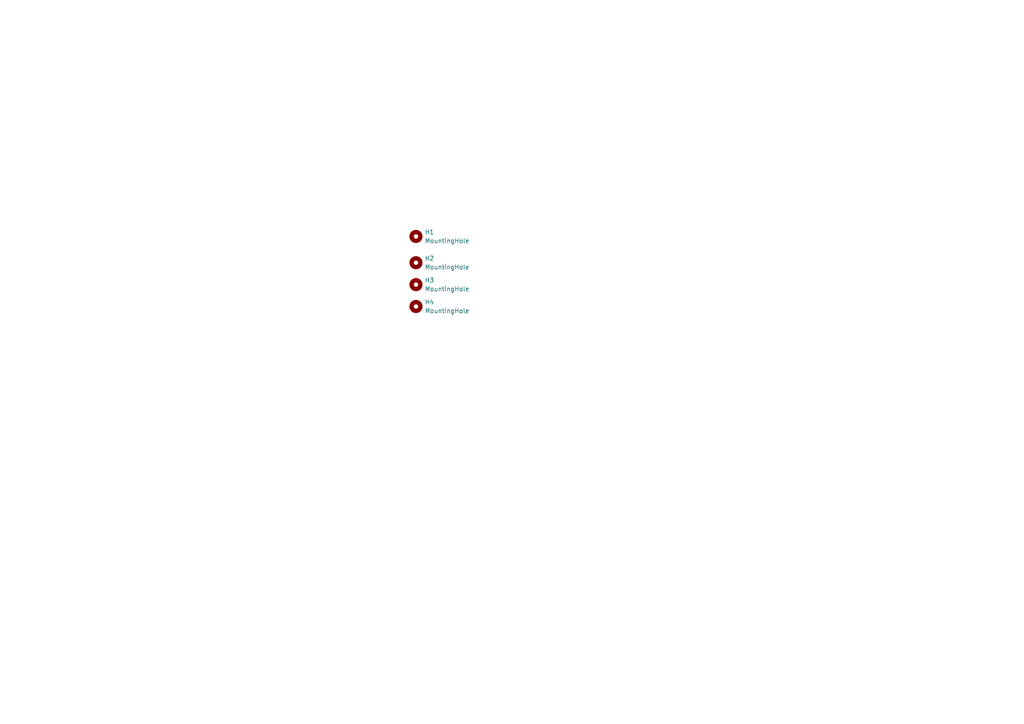
<source format=kicad_sch>
(kicad_sch (version 20231120) (generator "eeschema") (generator_version "8.0")
  (paper "A4")
  (lib_symbols
    (symbol "Mechanical:MountingHole" (pin_names (offset 1.016))
      (property "Reference" "H" (at 0 5.08 0))
      (property "Value" "MountingHole" (at 0 3.175 0))
      (symbol "MountingHole_0_1"
        (circle (center 0 0) (radius 1.27) (stroke (width 1.27)))
      )
    )
  )
  (symbol (lib_id "Mechanical:MountingHole") (at 120.65 76.2 0) (unit 1)
    (property "Reference" "H2" (at 123.19 74.9299 0) (effects (justify left)))
    (property "Value" "MountingHole" (at 123.19 77.4699 0) (effects (justify left)))
    (property "Footprint" "MountingHole:MountingHole_3.2mm_M3" (effects (hide yes)))
    (property "Description" "Mounting Hole without connection" (effects (hide yes)))
  )
  (symbol (lib_id "Mechanical:MountingHole") (at 120.65 68.58 0) (unit 1)
    (property "Reference" "H1" (at 123.19 67.3099 0) (effects (justify left)))
    (property "Value" "MountingHole" (at 123.19 69.8499 0) (effects (justify left)))
    (property "Footprint" "MountingHole:MountingHole_3.2mm_M3" (effects (hide yes)))
    (property "Description" "Mounting Hole without connection" (effects (hide yes)))
  )
  (symbol (lib_id "Mechanical:MountingHole") (at 120.65 82.55 0) (unit 1)
    (property "Reference" "H3" (at 123.19 81.2799 0) (effects (justify left)))
    (property "Value" "MountingHole" (at 123.19 83.8199 0) (effects (justify left)))
    (property "Footprint" "MountingHole:MountingHole_3.2mm_M3" (effects (hide yes)))
    (property "Description" "Mounting Hole without connection" (effects (hide yes)))
  )
  (symbol (lib_id "Mechanical:MountingHole") (at 120.65 88.9 0) (unit 1)
    (property "Reference" "H4" (at 123.19 87.6299 0) (effects (justify left)))
    (property "Value" "MountingHole" (at 123.19 90.1699 0) (effects (justify left)))
    (property "Footprint" "MountingHole:MountingHole_3.2mm_M3" (effects (hide yes)))
    (property "Description" "Mounting Hole without connection" (effects (hide yes)))
  )
)
</source>
